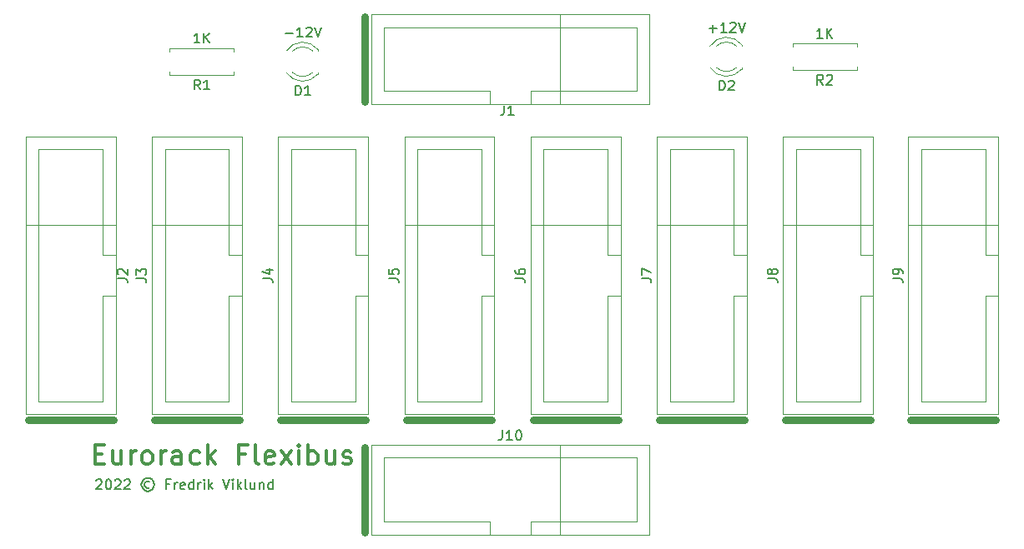
<source format=gbr>
%TF.GenerationSoftware,KiCad,Pcbnew,(6.0.0)*%
%TF.CreationDate,2022-05-27T19:13:27+02:00*%
%TF.ProjectId,Eurorack bus board,4575726f-7261-4636-9b20-62757320626f,rev?*%
%TF.SameCoordinates,Original*%
%TF.FileFunction,Legend,Top*%
%TF.FilePolarity,Positive*%
%FSLAX46Y46*%
G04 Gerber Fmt 4.6, Leading zero omitted, Abs format (unit mm)*
G04 Created by KiCad (PCBNEW (6.0.0)) date 2022-05-27 19:13:27*
%MOMM*%
%LPD*%
G01*
G04 APERTURE LIST*
%ADD10C,0.300000*%
%ADD11C,0.150000*%
%ADD12C,0.120000*%
%ADD13C,0.750000*%
G04 APERTURE END LIST*
D10*
X57671190Y-140857142D02*
X58337857Y-140857142D01*
X58623571Y-141904761D02*
X57671190Y-141904761D01*
X57671190Y-139904761D01*
X58623571Y-139904761D01*
X60337857Y-140571428D02*
X60337857Y-141904761D01*
X59480714Y-140571428D02*
X59480714Y-141619047D01*
X59575952Y-141809523D01*
X59766428Y-141904761D01*
X60052142Y-141904761D01*
X60242619Y-141809523D01*
X60337857Y-141714285D01*
X61290238Y-141904761D02*
X61290238Y-140571428D01*
X61290238Y-140952380D02*
X61385476Y-140761904D01*
X61480714Y-140666666D01*
X61671190Y-140571428D01*
X61861666Y-140571428D01*
X62814047Y-141904761D02*
X62623571Y-141809523D01*
X62528333Y-141714285D01*
X62433095Y-141523809D01*
X62433095Y-140952380D01*
X62528333Y-140761904D01*
X62623571Y-140666666D01*
X62814047Y-140571428D01*
X63099761Y-140571428D01*
X63290238Y-140666666D01*
X63385476Y-140761904D01*
X63480714Y-140952380D01*
X63480714Y-141523809D01*
X63385476Y-141714285D01*
X63290238Y-141809523D01*
X63099761Y-141904761D01*
X62814047Y-141904761D01*
X64337857Y-141904761D02*
X64337857Y-140571428D01*
X64337857Y-140952380D02*
X64433095Y-140761904D01*
X64528333Y-140666666D01*
X64718809Y-140571428D01*
X64909285Y-140571428D01*
X66433095Y-141904761D02*
X66433095Y-140857142D01*
X66337857Y-140666666D01*
X66147380Y-140571428D01*
X65766428Y-140571428D01*
X65575952Y-140666666D01*
X66433095Y-141809523D02*
X66242619Y-141904761D01*
X65766428Y-141904761D01*
X65575952Y-141809523D01*
X65480714Y-141619047D01*
X65480714Y-141428571D01*
X65575952Y-141238095D01*
X65766428Y-141142857D01*
X66242619Y-141142857D01*
X66433095Y-141047619D01*
X68242619Y-141809523D02*
X68052142Y-141904761D01*
X67671190Y-141904761D01*
X67480714Y-141809523D01*
X67385476Y-141714285D01*
X67290238Y-141523809D01*
X67290238Y-140952380D01*
X67385476Y-140761904D01*
X67480714Y-140666666D01*
X67671190Y-140571428D01*
X68052142Y-140571428D01*
X68242619Y-140666666D01*
X69099761Y-141904761D02*
X69099761Y-139904761D01*
X69290238Y-141142857D02*
X69861666Y-141904761D01*
X69861666Y-140571428D02*
X69099761Y-141333333D01*
X72909285Y-140857142D02*
X72242619Y-140857142D01*
X72242619Y-141904761D02*
X72242619Y-139904761D01*
X73195000Y-139904761D01*
X74242619Y-141904761D02*
X74052142Y-141809523D01*
X73956904Y-141619047D01*
X73956904Y-139904761D01*
X75766428Y-141809523D02*
X75575952Y-141904761D01*
X75195000Y-141904761D01*
X75004523Y-141809523D01*
X74909285Y-141619047D01*
X74909285Y-140857142D01*
X75004523Y-140666666D01*
X75195000Y-140571428D01*
X75575952Y-140571428D01*
X75766428Y-140666666D01*
X75861666Y-140857142D01*
X75861666Y-141047619D01*
X74909285Y-141238095D01*
X76528333Y-141904761D02*
X77575952Y-140571428D01*
X76528333Y-140571428D02*
X77575952Y-141904761D01*
X78337857Y-141904761D02*
X78337857Y-140571428D01*
X78337857Y-139904761D02*
X78242619Y-140000000D01*
X78337857Y-140095238D01*
X78433095Y-140000000D01*
X78337857Y-139904761D01*
X78337857Y-140095238D01*
X79290238Y-141904761D02*
X79290238Y-139904761D01*
X79290238Y-140666666D02*
X79480714Y-140571428D01*
X79861666Y-140571428D01*
X80052142Y-140666666D01*
X80147380Y-140761904D01*
X80242619Y-140952380D01*
X80242619Y-141523809D01*
X80147380Y-141714285D01*
X80052142Y-141809523D01*
X79861666Y-141904761D01*
X79480714Y-141904761D01*
X79290238Y-141809523D01*
X81956904Y-140571428D02*
X81956904Y-141904761D01*
X81099761Y-140571428D02*
X81099761Y-141619047D01*
X81195000Y-141809523D01*
X81385476Y-141904761D01*
X81671190Y-141904761D01*
X81861666Y-141809523D01*
X81956904Y-141714285D01*
X82814047Y-141809523D02*
X83004523Y-141904761D01*
X83385476Y-141904761D01*
X83575952Y-141809523D01*
X83671190Y-141619047D01*
X83671190Y-141523809D01*
X83575952Y-141333333D01*
X83385476Y-141238095D01*
X83099761Y-141238095D01*
X82909285Y-141142857D01*
X82814047Y-140952380D01*
X82814047Y-140857142D01*
X82909285Y-140666666D01*
X83099761Y-140571428D01*
X83385476Y-140571428D01*
X83575952Y-140666666D01*
D11*
X57787976Y-143547619D02*
X57835595Y-143500000D01*
X57930833Y-143452380D01*
X58168928Y-143452380D01*
X58264166Y-143500000D01*
X58311785Y-143547619D01*
X58359404Y-143642857D01*
X58359404Y-143738095D01*
X58311785Y-143880952D01*
X57740357Y-144452380D01*
X58359404Y-144452380D01*
X58978452Y-143452380D02*
X59073690Y-143452380D01*
X59168928Y-143500000D01*
X59216547Y-143547619D01*
X59264166Y-143642857D01*
X59311785Y-143833333D01*
X59311785Y-144071428D01*
X59264166Y-144261904D01*
X59216547Y-144357142D01*
X59168928Y-144404761D01*
X59073690Y-144452380D01*
X58978452Y-144452380D01*
X58883214Y-144404761D01*
X58835595Y-144357142D01*
X58787976Y-144261904D01*
X58740357Y-144071428D01*
X58740357Y-143833333D01*
X58787976Y-143642857D01*
X58835595Y-143547619D01*
X58883214Y-143500000D01*
X58978452Y-143452380D01*
X59692738Y-143547619D02*
X59740357Y-143500000D01*
X59835595Y-143452380D01*
X60073690Y-143452380D01*
X60168928Y-143500000D01*
X60216547Y-143547619D01*
X60264166Y-143642857D01*
X60264166Y-143738095D01*
X60216547Y-143880952D01*
X59645119Y-144452380D01*
X60264166Y-144452380D01*
X60645119Y-143547619D02*
X60692738Y-143500000D01*
X60787976Y-143452380D01*
X61026071Y-143452380D01*
X61121309Y-143500000D01*
X61168928Y-143547619D01*
X61216547Y-143642857D01*
X61216547Y-143738095D01*
X61168928Y-143880952D01*
X60597500Y-144452380D01*
X61216547Y-144452380D01*
X63216547Y-143690476D02*
X63121309Y-143642857D01*
X62930833Y-143642857D01*
X62835595Y-143690476D01*
X62740357Y-143785714D01*
X62692738Y-143880952D01*
X62692738Y-144071428D01*
X62740357Y-144166666D01*
X62835595Y-144261904D01*
X62930833Y-144309523D01*
X63121309Y-144309523D01*
X63216547Y-144261904D01*
X63026071Y-143309523D02*
X62787976Y-143357142D01*
X62549880Y-143500000D01*
X62407023Y-143738095D01*
X62359404Y-143976190D01*
X62407023Y-144214285D01*
X62549880Y-144452380D01*
X62787976Y-144595238D01*
X63026071Y-144642857D01*
X63264166Y-144595238D01*
X63502261Y-144452380D01*
X63645119Y-144214285D01*
X63692738Y-143976190D01*
X63645119Y-143738095D01*
X63502261Y-143500000D01*
X63264166Y-143357142D01*
X63026071Y-143309523D01*
X65216547Y-143928571D02*
X64883214Y-143928571D01*
X64883214Y-144452380D02*
X64883214Y-143452380D01*
X65359404Y-143452380D01*
X65740357Y-144452380D02*
X65740357Y-143785714D01*
X65740357Y-143976190D02*
X65787976Y-143880952D01*
X65835595Y-143833333D01*
X65930833Y-143785714D01*
X66026071Y-143785714D01*
X66740357Y-144404761D02*
X66645119Y-144452380D01*
X66454642Y-144452380D01*
X66359404Y-144404761D01*
X66311785Y-144309523D01*
X66311785Y-143928571D01*
X66359404Y-143833333D01*
X66454642Y-143785714D01*
X66645119Y-143785714D01*
X66740357Y-143833333D01*
X66787976Y-143928571D01*
X66787976Y-144023809D01*
X66311785Y-144119047D01*
X67645119Y-144452380D02*
X67645119Y-143452380D01*
X67645119Y-144404761D02*
X67549880Y-144452380D01*
X67359404Y-144452380D01*
X67264166Y-144404761D01*
X67216547Y-144357142D01*
X67168928Y-144261904D01*
X67168928Y-143976190D01*
X67216547Y-143880952D01*
X67264166Y-143833333D01*
X67359404Y-143785714D01*
X67549880Y-143785714D01*
X67645119Y-143833333D01*
X68121309Y-144452380D02*
X68121309Y-143785714D01*
X68121309Y-143976190D02*
X68168928Y-143880952D01*
X68216547Y-143833333D01*
X68311785Y-143785714D01*
X68407023Y-143785714D01*
X68740357Y-144452380D02*
X68740357Y-143785714D01*
X68740357Y-143452380D02*
X68692738Y-143500000D01*
X68740357Y-143547619D01*
X68787976Y-143500000D01*
X68740357Y-143452380D01*
X68740357Y-143547619D01*
X69216547Y-144452380D02*
X69216547Y-143452380D01*
X69311785Y-144071428D02*
X69597500Y-144452380D01*
X69597500Y-143785714D02*
X69216547Y-144166666D01*
X70645119Y-143452380D02*
X70978452Y-144452380D01*
X71311785Y-143452380D01*
X71645119Y-144452380D02*
X71645119Y-143785714D01*
X71645119Y-143452380D02*
X71597500Y-143500000D01*
X71645119Y-143547619D01*
X71692738Y-143500000D01*
X71645119Y-143452380D01*
X71645119Y-143547619D01*
X72121309Y-144452380D02*
X72121309Y-143452380D01*
X72216547Y-144071428D02*
X72502261Y-144452380D01*
X72502261Y-143785714D02*
X72121309Y-144166666D01*
X73073690Y-144452380D02*
X72978452Y-144404761D01*
X72930833Y-144309523D01*
X72930833Y-143452380D01*
X73883214Y-143785714D02*
X73883214Y-144452380D01*
X73454642Y-143785714D02*
X73454642Y-144309523D01*
X73502261Y-144404761D01*
X73597500Y-144452380D01*
X73740357Y-144452380D01*
X73835595Y-144404761D01*
X73883214Y-144357142D01*
X74359404Y-143785714D02*
X74359404Y-144452380D01*
X74359404Y-143880952D02*
X74407023Y-143833333D01*
X74502261Y-143785714D01*
X74645119Y-143785714D01*
X74740357Y-143833333D01*
X74787976Y-143928571D01*
X74787976Y-144452380D01*
X75692738Y-144452380D02*
X75692738Y-143452380D01*
X75692738Y-144404761D02*
X75597500Y-144452380D01*
X75407023Y-144452380D01*
X75311785Y-144404761D01*
X75264166Y-144357142D01*
X75216547Y-144261904D01*
X75216547Y-143976190D01*
X75264166Y-143880952D01*
X75311785Y-143833333D01*
X75407023Y-143785714D01*
X75597500Y-143785714D01*
X75692738Y-143833333D01*
%TO.C,J7*%
X113095092Y-123037333D02*
X113809378Y-123037333D01*
X113952235Y-123084952D01*
X114047473Y-123180190D01*
X114095092Y-123323047D01*
X114095092Y-123418285D01*
X113095092Y-122656380D02*
X113095092Y-121989714D01*
X114095092Y-122418285D01*
%TO.C,J8*%
X125902770Y-123037333D02*
X126617056Y-123037333D01*
X126759913Y-123084952D01*
X126855151Y-123180190D01*
X126902770Y-123323047D01*
X126902770Y-123418285D01*
X126331342Y-122418285D02*
X126283723Y-122513523D01*
X126236104Y-122561142D01*
X126140866Y-122608761D01*
X126093247Y-122608761D01*
X125998009Y-122561142D01*
X125950390Y-122513523D01*
X125902770Y-122418285D01*
X125902770Y-122227809D01*
X125950390Y-122132571D01*
X125998009Y-122084952D01*
X126093247Y-122037333D01*
X126140866Y-122037333D01*
X126236104Y-122084952D01*
X126283723Y-122132571D01*
X126331342Y-122227809D01*
X126331342Y-122418285D01*
X126378961Y-122513523D01*
X126426580Y-122561142D01*
X126521818Y-122608761D01*
X126712294Y-122608761D01*
X126807532Y-122561142D01*
X126855151Y-122513523D01*
X126902770Y-122418285D01*
X126902770Y-122227809D01*
X126855151Y-122132571D01*
X126807532Y-122084952D01*
X126712294Y-122037333D01*
X126521818Y-122037333D01*
X126426580Y-122084952D01*
X126378961Y-122132571D01*
X126331342Y-122227809D01*
%TO.C,J5*%
X87479736Y-123037333D02*
X88194022Y-123037333D01*
X88336879Y-123084952D01*
X88432117Y-123180190D01*
X88479736Y-123323047D01*
X88479736Y-123418285D01*
X87479736Y-122084952D02*
X87479736Y-122561142D01*
X87955927Y-122608761D01*
X87908308Y-122561142D01*
X87860689Y-122465904D01*
X87860689Y-122227809D01*
X87908308Y-122132571D01*
X87955927Y-122084952D01*
X88051165Y-122037333D01*
X88289260Y-122037333D01*
X88384498Y-122084952D01*
X88432117Y-122132571D01*
X88479736Y-122227809D01*
X88479736Y-122465904D01*
X88432117Y-122561142D01*
X88384498Y-122608761D01*
%TO.C,D1*%
X77991904Y-104412380D02*
X77991904Y-103412380D01*
X78230000Y-103412380D01*
X78372857Y-103460000D01*
X78468095Y-103555238D01*
X78515714Y-103650476D01*
X78563333Y-103840952D01*
X78563333Y-103983809D01*
X78515714Y-104174285D01*
X78468095Y-104269523D01*
X78372857Y-104364761D01*
X78230000Y-104412380D01*
X77991904Y-104412380D01*
X79515714Y-104412380D02*
X78944285Y-104412380D01*
X79230000Y-104412380D02*
X79230000Y-103412380D01*
X79134761Y-103555238D01*
X79039523Y-103650476D01*
X78944285Y-103698095D01*
X76968095Y-98111428D02*
X77730000Y-98111428D01*
X78730000Y-98492380D02*
X78158571Y-98492380D01*
X78444285Y-98492380D02*
X78444285Y-97492380D01*
X78349047Y-97635238D01*
X78253809Y-97730476D01*
X78158571Y-97778095D01*
X79110952Y-97587619D02*
X79158571Y-97540000D01*
X79253809Y-97492380D01*
X79491904Y-97492380D01*
X79587142Y-97540000D01*
X79634761Y-97587619D01*
X79682380Y-97682857D01*
X79682380Y-97778095D01*
X79634761Y-97920952D01*
X79063333Y-98492380D01*
X79682380Y-98492380D01*
X79968095Y-97492380D02*
X80301428Y-98492380D01*
X80634761Y-97492380D01*
%TO.C,J3*%
X61864380Y-123037333D02*
X62578666Y-123037333D01*
X62721523Y-123084952D01*
X62816761Y-123180190D01*
X62864380Y-123323047D01*
X62864380Y-123418285D01*
X61864380Y-122656380D02*
X61864380Y-122037333D01*
X62245333Y-122370666D01*
X62245333Y-122227809D01*
X62292952Y-122132571D01*
X62340571Y-122084952D01*
X62435809Y-122037333D01*
X62673904Y-122037333D01*
X62769142Y-122084952D01*
X62816761Y-122132571D01*
X62864380Y-122227809D01*
X62864380Y-122513523D01*
X62816761Y-122608761D01*
X62769142Y-122656380D01*
%TO.C,J4*%
X74672058Y-123037333D02*
X75386344Y-123037333D01*
X75529201Y-123084952D01*
X75624439Y-123180190D01*
X75672058Y-123323047D01*
X75672058Y-123418285D01*
X75005392Y-122132571D02*
X75672058Y-122132571D01*
X74624439Y-122370666D02*
X75338725Y-122608761D01*
X75338725Y-121989714D01*
%TO.C,R1*%
X68333333Y-103822380D02*
X68000000Y-103346190D01*
X67761904Y-103822380D02*
X67761904Y-102822380D01*
X68142857Y-102822380D01*
X68238095Y-102870000D01*
X68285714Y-102917619D01*
X68333333Y-103012857D01*
X68333333Y-103155714D01*
X68285714Y-103250952D01*
X68238095Y-103298571D01*
X68142857Y-103346190D01*
X67761904Y-103346190D01*
X69285714Y-103822380D02*
X68714285Y-103822380D01*
X69000000Y-103822380D02*
X69000000Y-102822380D01*
X68904761Y-102965238D01*
X68809523Y-103060476D01*
X68714285Y-103108095D01*
X68285714Y-99082380D02*
X67714285Y-99082380D01*
X68000000Y-99082380D02*
X68000000Y-98082380D01*
X67904761Y-98225238D01*
X67809523Y-98320476D01*
X67714285Y-98368095D01*
X68714285Y-99082380D02*
X68714285Y-98082380D01*
X69285714Y-99082380D02*
X68857142Y-98510952D01*
X69285714Y-98082380D02*
X68714285Y-98653809D01*
%TO.C,J6*%
X100287414Y-123037333D02*
X101001700Y-123037333D01*
X101144557Y-123084952D01*
X101239795Y-123180190D01*
X101287414Y-123323047D01*
X101287414Y-123418285D01*
X100287414Y-122132571D02*
X100287414Y-122323047D01*
X100335034Y-122418285D01*
X100382653Y-122465904D01*
X100525510Y-122561142D01*
X100715986Y-122608761D01*
X101096938Y-122608761D01*
X101192176Y-122561142D01*
X101239795Y-122513523D01*
X101287414Y-122418285D01*
X101287414Y-122227809D01*
X101239795Y-122132571D01*
X101192176Y-122084952D01*
X101096938Y-122037333D01*
X100858843Y-122037333D01*
X100763605Y-122084952D01*
X100715986Y-122132571D01*
X100668367Y-122227809D01*
X100668367Y-122418285D01*
X100715986Y-122513523D01*
X100763605Y-122561142D01*
X100858843Y-122608761D01*
%TO.C,R2*%
X131523333Y-103322380D02*
X131190000Y-102846190D01*
X130951904Y-103322380D02*
X130951904Y-102322380D01*
X131332857Y-102322380D01*
X131428095Y-102370000D01*
X131475714Y-102417619D01*
X131523333Y-102512857D01*
X131523333Y-102655714D01*
X131475714Y-102750952D01*
X131428095Y-102798571D01*
X131332857Y-102846190D01*
X130951904Y-102846190D01*
X131904285Y-102417619D02*
X131951904Y-102370000D01*
X132047142Y-102322380D01*
X132285238Y-102322380D01*
X132380476Y-102370000D01*
X132428095Y-102417619D01*
X132475714Y-102512857D01*
X132475714Y-102608095D01*
X132428095Y-102750952D01*
X131856666Y-103322380D01*
X132475714Y-103322380D01*
X131475714Y-98582380D02*
X130904285Y-98582380D01*
X131190000Y-98582380D02*
X131190000Y-97582380D01*
X131094761Y-97725238D01*
X130999523Y-97820476D01*
X130904285Y-97868095D01*
X131904285Y-98582380D02*
X131904285Y-97582380D01*
X132475714Y-98582380D02*
X132047142Y-98010952D01*
X132475714Y-97582380D02*
X131904285Y-98153809D01*
%TO.C,J1*%
X99166666Y-105452380D02*
X99166666Y-106166666D01*
X99119047Y-106309523D01*
X99023809Y-106404761D01*
X98880952Y-106452380D01*
X98785714Y-106452380D01*
X100166666Y-106452380D02*
X99595238Y-106452380D01*
X99880952Y-106452380D02*
X99880952Y-105452380D01*
X99785714Y-105595238D01*
X99690476Y-105690476D01*
X99595238Y-105738095D01*
%TO.C,J2*%
X59952380Y-123037333D02*
X60666666Y-123037333D01*
X60809523Y-123084952D01*
X60904761Y-123180190D01*
X60952380Y-123323047D01*
X60952380Y-123418285D01*
X60047619Y-122608761D02*
X60000000Y-122561142D01*
X59952380Y-122465904D01*
X59952380Y-122227809D01*
X60000000Y-122132571D01*
X60047619Y-122084952D01*
X60142857Y-122037333D01*
X60238095Y-122037333D01*
X60380952Y-122084952D01*
X60952380Y-122656380D01*
X60952380Y-122037333D01*
%TO.C,J9*%
X138594380Y-123037333D02*
X139308666Y-123037333D01*
X139451523Y-123084952D01*
X139546761Y-123180190D01*
X139594380Y-123323047D01*
X139594380Y-123418285D01*
X139594380Y-122513523D02*
X139594380Y-122323047D01*
X139546761Y-122227809D01*
X139499142Y-122180190D01*
X139356285Y-122084952D01*
X139165809Y-122037333D01*
X138784857Y-122037333D01*
X138689619Y-122084952D01*
X138642000Y-122132571D01*
X138594380Y-122227809D01*
X138594380Y-122418285D01*
X138642000Y-122513523D01*
X138689619Y-122561142D01*
X138784857Y-122608761D01*
X139022952Y-122608761D01*
X139118190Y-122561142D01*
X139165809Y-122513523D01*
X139213428Y-122418285D01*
X139213428Y-122227809D01*
X139165809Y-122132571D01*
X139118190Y-122084952D01*
X139022952Y-122037333D01*
%TO.C,D2*%
X120991904Y-103912380D02*
X120991904Y-102912380D01*
X121230000Y-102912380D01*
X121372857Y-102960000D01*
X121468095Y-103055238D01*
X121515714Y-103150476D01*
X121563333Y-103340952D01*
X121563333Y-103483809D01*
X121515714Y-103674285D01*
X121468095Y-103769523D01*
X121372857Y-103864761D01*
X121230000Y-103912380D01*
X120991904Y-103912380D01*
X121944285Y-103007619D02*
X121991904Y-102960000D01*
X122087142Y-102912380D01*
X122325238Y-102912380D01*
X122420476Y-102960000D01*
X122468095Y-103007619D01*
X122515714Y-103102857D01*
X122515714Y-103198095D01*
X122468095Y-103340952D01*
X121896666Y-103912380D01*
X122515714Y-103912380D01*
X119968095Y-97611428D02*
X120730000Y-97611428D01*
X120349047Y-97992380D02*
X120349047Y-97230476D01*
X121730000Y-97992380D02*
X121158571Y-97992380D01*
X121444285Y-97992380D02*
X121444285Y-96992380D01*
X121349047Y-97135238D01*
X121253809Y-97230476D01*
X121158571Y-97278095D01*
X122110952Y-97087619D02*
X122158571Y-97040000D01*
X122253809Y-96992380D01*
X122491904Y-96992380D01*
X122587142Y-97040000D01*
X122634761Y-97087619D01*
X122682380Y-97182857D01*
X122682380Y-97278095D01*
X122634761Y-97420952D01*
X122063333Y-97992380D01*
X122682380Y-97992380D01*
X122968095Y-96992380D02*
X123301428Y-97992380D01*
X123634761Y-96992380D01*
%TO.C,J10*%
X98986476Y-138452380D02*
X98986476Y-139166666D01*
X98938857Y-139309523D01*
X98843619Y-139404761D01*
X98700761Y-139452380D01*
X98605523Y-139452380D01*
X99986476Y-139452380D02*
X99415047Y-139452380D01*
X99700761Y-139452380D02*
X99700761Y-138452380D01*
X99605523Y-138595238D01*
X99510285Y-138690476D01*
X99415047Y-138738095D01*
X100605523Y-138452380D02*
X100700761Y-138452380D01*
X100796000Y-138500000D01*
X100843619Y-138547619D01*
X100891238Y-138642857D01*
X100938857Y-138833333D01*
X100938857Y-139071428D01*
X100891238Y-139261904D01*
X100843619Y-139357142D01*
X100796000Y-139404761D01*
X100700761Y-139452380D01*
X100605523Y-139452380D01*
X100510285Y-139404761D01*
X100462666Y-139357142D01*
X100415047Y-139261904D01*
X100367428Y-139071428D01*
X100367428Y-138833333D01*
X100415047Y-138642857D01*
X100462666Y-138547619D01*
X100510285Y-138500000D01*
X100605523Y-138452380D01*
D12*
%TO.C,J7*%
X122480712Y-120654000D02*
X123790712Y-120654000D01*
D13*
X114912712Y-137436000D02*
X123548712Y-137436000D01*
D12*
X114670712Y-136804000D02*
X114670712Y-108604000D01*
X122480712Y-120654000D02*
X122480712Y-120654000D01*
X123790712Y-136804000D02*
X114670712Y-136804000D01*
X122480712Y-135504000D02*
X115980712Y-135504000D01*
X122480712Y-109904000D02*
X122480712Y-120654000D01*
X122480712Y-124754000D02*
X122480712Y-135504000D01*
X123790712Y-124754000D02*
X122480712Y-124754000D01*
X123790712Y-108604000D02*
X123790712Y-136804000D01*
X114670712Y-117624000D02*
X123790712Y-117624000D01*
X114670712Y-108604000D02*
X123790712Y-108604000D01*
X115980712Y-135504000D02*
X115980712Y-109904000D01*
X115980712Y-109904000D02*
X122480712Y-109904000D01*
D13*
%TO.C,J8*%
X127720390Y-137436000D02*
X136356390Y-137436000D01*
D12*
X127478390Y-117624000D02*
X136598390Y-117624000D01*
X127478390Y-108604000D02*
X136598390Y-108604000D01*
X136598390Y-136804000D02*
X127478390Y-136804000D01*
X135288390Y-135504000D02*
X128788390Y-135504000D01*
X136598390Y-108604000D02*
X136598390Y-136804000D01*
X128788390Y-109904000D02*
X135288390Y-109904000D01*
X135288390Y-109904000D02*
X135288390Y-120654000D01*
X135288390Y-124754000D02*
X135288390Y-135504000D01*
X136598390Y-124754000D02*
X135288390Y-124754000D01*
X127478390Y-136804000D02*
X127478390Y-108604000D01*
X128788390Y-135504000D02*
X128788390Y-109904000D01*
X135288390Y-120654000D02*
X135288390Y-120654000D01*
X135288390Y-120654000D02*
X136598390Y-120654000D01*
%TO.C,J5*%
X96865356Y-120654000D02*
X98175356Y-120654000D01*
X89055356Y-136804000D02*
X89055356Y-108604000D01*
X96865356Y-109904000D02*
X96865356Y-120654000D01*
X89055356Y-108604000D02*
X98175356Y-108604000D01*
X89055356Y-117624000D02*
X98175356Y-117624000D01*
X98175356Y-136804000D02*
X89055356Y-136804000D01*
X96865356Y-135504000D02*
X90365356Y-135504000D01*
X96865356Y-124754000D02*
X96865356Y-135504000D01*
X98175356Y-108604000D02*
X98175356Y-136804000D01*
D13*
X89297356Y-137436000D02*
X97933356Y-137436000D01*
D12*
X90365356Y-135504000D02*
X90365356Y-109904000D01*
X98175356Y-124754000D02*
X96865356Y-124754000D01*
X90365356Y-109904000D02*
X96865356Y-109904000D01*
X96865356Y-120654000D02*
X96865356Y-120654000D01*
%TO.C,D1*%
X80290000Y-102236000D02*
X80290000Y-102080000D01*
X80290000Y-99920000D02*
X80290000Y-99764000D01*
X77688870Y-102079837D02*
G75*
G03*
X79770961Y-102080000I1041130J1079837D01*
G01*
X79770961Y-99920000D02*
G75*
G03*
X77688870Y-99920163I-1040961J-1080000D01*
G01*
X77057665Y-102078608D02*
G75*
G03*
X80290000Y-102235516I1672335J1078609D01*
G01*
X80290000Y-99764484D02*
G75*
G03*
X77057665Y-99921392I-1560000J-1235517D01*
G01*
%TO.C,J3*%
X64750000Y-109904000D02*
X71250000Y-109904000D01*
X71250000Y-120654000D02*
X71250000Y-120654000D01*
X71250000Y-124754000D02*
X71250000Y-135504000D01*
X72560000Y-124754000D02*
X71250000Y-124754000D01*
X63440000Y-108604000D02*
X72560000Y-108604000D01*
X64750000Y-135504000D02*
X64750000Y-109904000D01*
X63440000Y-136804000D02*
X63440000Y-108604000D01*
X72560000Y-108604000D02*
X72560000Y-136804000D01*
X72560000Y-136804000D02*
X63440000Y-136804000D01*
D13*
X63682000Y-137436000D02*
X72318000Y-137436000D01*
D12*
X71250000Y-120654000D02*
X72560000Y-120654000D01*
X71250000Y-135504000D02*
X64750000Y-135504000D01*
X71250000Y-109904000D02*
X71250000Y-120654000D01*
X63440000Y-117624000D02*
X72560000Y-117624000D01*
%TO.C,J4*%
X76247678Y-136804000D02*
X76247678Y-108604000D01*
X84057678Y-135504000D02*
X77557678Y-135504000D01*
X76247678Y-117624000D02*
X85367678Y-117624000D01*
X77557678Y-109904000D02*
X84057678Y-109904000D01*
X84057678Y-120654000D02*
X85367678Y-120654000D01*
X76247678Y-108604000D02*
X85367678Y-108604000D01*
X85367678Y-124754000D02*
X84057678Y-124754000D01*
X84057678Y-109904000D02*
X84057678Y-120654000D01*
X84057678Y-124754000D02*
X84057678Y-135504000D01*
X85367678Y-136804000D02*
X76247678Y-136804000D01*
X77557678Y-135504000D02*
X77557678Y-109904000D01*
X84057678Y-120654000D02*
X84057678Y-120654000D01*
X85367678Y-108604000D02*
X85367678Y-136804000D01*
D13*
X76489678Y-137436000D02*
X85125678Y-137436000D01*
D12*
%TO.C,R1*%
X71770000Y-102040000D02*
X71770000Y-102370000D01*
X65230000Y-102370000D02*
X65230000Y-102040000D01*
X71770000Y-99630000D02*
X65230000Y-99630000D01*
X65230000Y-99630000D02*
X65230000Y-99960000D01*
X71770000Y-99960000D02*
X71770000Y-99630000D01*
X71770000Y-102370000D02*
X65230000Y-102370000D01*
%TO.C,J6*%
X109673034Y-109904000D02*
X109673034Y-120654000D01*
X101863034Y-108604000D02*
X110983034Y-108604000D01*
X109673034Y-120654000D02*
X109673034Y-120654000D01*
X109673034Y-135504000D02*
X103173034Y-135504000D01*
D13*
X102105034Y-137436000D02*
X110741034Y-137436000D01*
D12*
X101863034Y-117624000D02*
X110983034Y-117624000D01*
X110983034Y-108604000D02*
X110983034Y-136804000D01*
X109673034Y-120654000D02*
X110983034Y-120654000D01*
X103173034Y-135504000D02*
X103173034Y-109904000D01*
X109673034Y-124754000D02*
X109673034Y-135504000D01*
X103173034Y-109904000D02*
X109673034Y-109904000D01*
X101863034Y-136804000D02*
X101863034Y-108604000D01*
X110983034Y-136804000D02*
X101863034Y-136804000D01*
X110983034Y-124754000D02*
X109673034Y-124754000D01*
%TO.C,R2*%
X134960000Y-99130000D02*
X128420000Y-99130000D01*
X128420000Y-99130000D02*
X128420000Y-99460000D01*
X134960000Y-99460000D02*
X134960000Y-99130000D01*
X134960000Y-101540000D02*
X134960000Y-101870000D01*
X128420000Y-101870000D02*
X128420000Y-101540000D01*
X134960000Y-101870000D02*
X128420000Y-101870000D01*
%TO.C,J1*%
X86996000Y-103980000D02*
X86996000Y-97480000D01*
X113896000Y-105290000D02*
X85696000Y-105290000D01*
X97746000Y-103980000D02*
X86996000Y-103980000D01*
X112596000Y-103980000D02*
X101846000Y-103980000D01*
X113896000Y-96170000D02*
X113896000Y-105290000D01*
X101846000Y-103980000D02*
X101846000Y-105290000D01*
X86996000Y-97480000D02*
X112596000Y-97480000D01*
X85696000Y-96170000D02*
X113896000Y-96170000D01*
X85696000Y-105290000D02*
X85696000Y-96170000D01*
D13*
X85064000Y-96412000D02*
X85064000Y-105048000D01*
D12*
X104876000Y-96170000D02*
X104876000Y-105290000D01*
X112596000Y-97480000D02*
X112596000Y-103980000D01*
X101846000Y-103980000D02*
X101846000Y-103980000D01*
X97746000Y-105290000D02*
X97746000Y-103980000D01*
%TO.C,J2*%
X58442318Y-120654000D02*
X58442318Y-120654000D01*
X50632318Y-117624000D02*
X59752318Y-117624000D01*
X50632318Y-108604000D02*
X59752318Y-108604000D01*
X51942318Y-109904000D02*
X58442318Y-109904000D01*
D13*
X50874318Y-137436000D02*
X59510318Y-137436000D01*
D12*
X59752318Y-108604000D02*
X59752318Y-136804000D01*
X58442318Y-135504000D02*
X51942318Y-135504000D01*
X59752318Y-124754000D02*
X58442318Y-124754000D01*
X58442318Y-109904000D02*
X58442318Y-120654000D01*
X59752318Y-136804000D02*
X50632318Y-136804000D01*
X50632318Y-136804000D02*
X50632318Y-108604000D01*
X51942318Y-135504000D02*
X51942318Y-109904000D01*
X58442318Y-120654000D02*
X59752318Y-120654000D01*
X58442318Y-124754000D02*
X58442318Y-135504000D01*
%TO.C,J9*%
X141480000Y-135504000D02*
X141480000Y-109904000D01*
X140170000Y-108604000D02*
X149290000Y-108604000D01*
D13*
X140412000Y-137436000D02*
X149048000Y-137436000D01*
D12*
X147980000Y-120654000D02*
X149290000Y-120654000D01*
X149290000Y-108604000D02*
X149290000Y-136804000D01*
X147980000Y-124754000D02*
X147980000Y-135504000D01*
X141480000Y-109904000D02*
X147980000Y-109904000D01*
X147980000Y-135504000D02*
X141480000Y-135504000D01*
X140170000Y-136804000D02*
X140170000Y-108604000D01*
X147980000Y-109904000D02*
X147980000Y-120654000D01*
X149290000Y-136804000D02*
X140170000Y-136804000D01*
X147980000Y-120654000D02*
X147980000Y-120654000D01*
X140170000Y-117624000D02*
X149290000Y-117624000D01*
X149290000Y-124754000D02*
X147980000Y-124754000D01*
%TO.C,D2*%
X123290000Y-99420000D02*
X123290000Y-99264000D01*
X123290000Y-101736000D02*
X123290000Y-101580000D01*
X120057665Y-101578608D02*
G75*
G03*
X123290000Y-101735516I1672335J1078609D01*
G01*
X120688870Y-101579837D02*
G75*
G03*
X122770961Y-101580000I1041130J1079837D01*
G01*
X123290000Y-99264484D02*
G75*
G03*
X120057665Y-99421392I-1560000J-1235517D01*
G01*
X122770961Y-99420000D02*
G75*
G03*
X120688870Y-99420163I-1040961J-1080000D01*
G01*
%TO.C,J10*%
X112596000Y-141250000D02*
X112596000Y-147750000D01*
X85696000Y-149060000D02*
X85696000Y-139940000D01*
X113896000Y-149060000D02*
X85696000Y-149060000D01*
X112596000Y-147750000D02*
X101846000Y-147750000D01*
X86996000Y-141250000D02*
X112596000Y-141250000D01*
D13*
X85064000Y-140182000D02*
X85064000Y-148818000D01*
D12*
X101846000Y-147750000D02*
X101846000Y-149060000D01*
X97746000Y-149060000D02*
X97746000Y-147750000D01*
X97746000Y-147750000D02*
X86996000Y-147750000D01*
X85696000Y-139940000D02*
X113896000Y-139940000D01*
X104876000Y-139940000D02*
X104876000Y-149060000D01*
X101846000Y-147750000D02*
X101846000Y-147750000D01*
X86996000Y-147750000D02*
X86996000Y-141250000D01*
X113896000Y-139940000D02*
X113896000Y-149060000D01*
%TD*%
M02*

</source>
